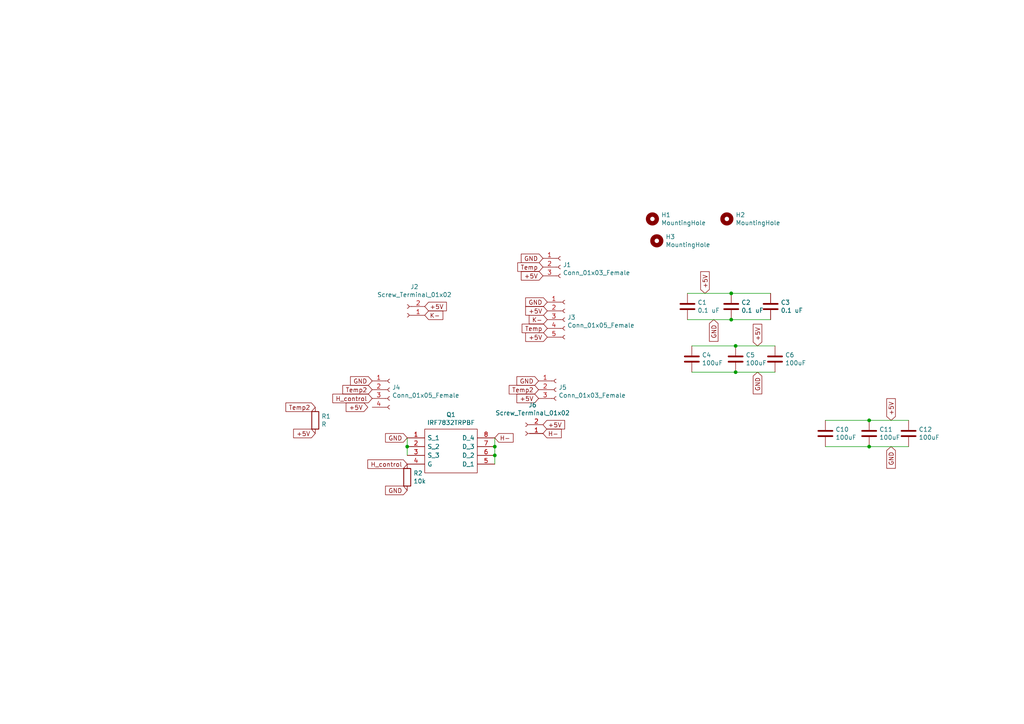
<source format=kicad_sch>
(kicad_sch (version 20211123) (generator eeschema)
  (paper "A4")
  (lib_symbols
    (symbol "Connector:Conn_01x02_Female" (pin_names (offset 1.016) hide)
      (property "Reference" "J" (at 0 2.54 0))
      (property "Value" "Conn_01x02_Female" (at 0 -5.08 0))
      (symbol "Conn_01x02_Female_1_1"
        (arc (start 0 -2.032) (mid -0.508 -2.54) (end 0 -3.048) (stroke (width 0.1524)))
        (polyline (pts (xy -1.27 -2.54) (xy -0.508 -2.54)) (stroke (width 0.1524)))
        (polyline (pts (xy -1.27 0) (xy -0.508 0)) (stroke (width 0.1524)))
        (arc (start 0 0.508) (mid -0.508 0) (end 0 -0.508) (stroke (width 0.1524)))
        (pin passive line (at -5.08 0 0) (length 3.81) (name "Pin_1") (number "1"))
        (pin passive line (at -5.08 -2.54 0) (length 3.81) (name "Pin_2") (number "2"))
      )
    )
    (symbol "Connector:Conn_01x03_Female" (pin_names (offset 1.016) hide)
      (property "Reference" "J" (at 0 5.08 0))
      (property "Value" "Conn_01x03_Female" (at 0 -5.08 0))
      (symbol "Conn_01x03_Female_1_1"
        (arc (start 0 -2.032) (mid -0.508 -2.54) (end 0 -3.048) (stroke (width 0.1524)))
        (polyline (pts (xy -1.27 -2.54) (xy -0.508 -2.54)) (stroke (width 0.1524)))
        (polyline (pts (xy -1.27 0) (xy -0.508 0)) (stroke (width 0.1524)))
        (polyline (pts (xy -1.27 2.54) (xy -0.508 2.54)) (stroke (width 0.1524)))
        (arc (start 0 0.508) (mid -0.508 0) (end 0 -0.508) (stroke (width 0.1524)))
        (arc (start 0 3.048) (mid -0.508 2.54) (end 0 2.032) (stroke (width 0.1524)))
        (pin passive line (at -5.08 2.54 0) (length 3.81) (name "Pin_1") (number "1"))
        (pin passive line (at -5.08 0 0) (length 3.81) (name "Pin_2") (number "2"))
        (pin passive line (at -5.08 -2.54 0) (length 3.81) (name "Pin_3") (number "3"))
      )
    )
    (symbol "Connector:Conn_01x04_Female" (pin_names (offset 1.016) hide)
      (property "Reference" "J" (at 0 5.08 0))
      (property "Value" "Conn_01x04_Female" (at 0 -7.62 0))
      (symbol "Conn_01x04_Female_1_1"
        (arc (start 0 -4.572) (mid -0.508 -5.08) (end 0 -5.588) (stroke (width 0.1524)))
        (arc (start 0 -2.032) (mid -0.508 -2.54) (end 0 -3.048) (stroke (width 0.1524)))
        (polyline (pts (xy -1.27 -5.08) (xy -0.508 -5.08)) (stroke (width 0.1524)))
        (polyline (pts (xy -1.27 -2.54) (xy -0.508 -2.54)) (stroke (width 0.1524)))
        (polyline (pts (xy -1.27 0) (xy -0.508 0)) (stroke (width 0.1524)))
        (polyline (pts (xy -1.27 2.54) (xy -0.508 2.54)) (stroke (width 0.1524)))
        (arc (start 0 0.508) (mid -0.508 0) (end 0 -0.508) (stroke (width 0.1524)))
        (arc (start 0 3.048) (mid -0.508 2.54) (end 0 2.032) (stroke (width 0.1524)))
        (pin passive line (at -5.08 2.54 0) (length 3.81) (name "Pin_1") (number "1"))
        (pin passive line (at -5.08 0 0) (length 3.81) (name "Pin_2") (number "2"))
        (pin passive line (at -5.08 -2.54 0) (length 3.81) (name "Pin_3") (number "3"))
        (pin passive line (at -5.08 -5.08 0) (length 3.81) (name "Pin_4") (number "4"))
      )
    )
    (symbol "Connector:Conn_01x05_Female" (pin_names (offset 1.016) hide)
      (property "Reference" "J" (at 0 7.62 0))
      (property "Value" "Conn_01x05_Female" (at 0 -7.62 0))
      (symbol "Conn_01x05_Female_1_1"
        (arc (start 0 -4.572) (mid -0.508 -5.08) (end 0 -5.588) (stroke (width 0.1524)))
        (arc (start 0 -2.032) (mid -0.508 -2.54) (end 0 -3.048) (stroke (width 0.1524)))
        (polyline (pts (xy -1.27 -5.08) (xy -0.508 -5.08)) (stroke (width 0.1524)))
        (polyline (pts (xy -1.27 -2.54) (xy -0.508 -2.54)) (stroke (width 0.1524)))
        (polyline (pts (xy -1.27 0) (xy -0.508 0)) (stroke (width 0.1524)))
        (polyline (pts (xy -1.27 2.54) (xy -0.508 2.54)) (stroke (width 0.1524)))
        (polyline (pts (xy -1.27 5.08) (xy -0.508 5.08)) (stroke (width 0.1524)))
        (arc (start 0 0.508) (mid -0.508 0) (end 0 -0.508) (stroke (width 0.1524)))
        (arc (start 0 3.048) (mid -0.508 2.54) (end 0 2.032) (stroke (width 0.1524)))
        (arc (start 0 5.588) (mid -0.508 5.08) (end 0 4.572) (stroke (width 0.1524)))
        (pin passive line (at -5.08 5.08 0) (length 3.81) (name "Pin_1") (number "1"))
        (pin passive line (at -5.08 2.54 0) (length 3.81) (name "Pin_2") (number "2"))
        (pin passive line (at -5.08 0 0) (length 3.81) (name "Pin_3") (number "3"))
        (pin passive line (at -5.08 -2.54 0) (length 3.81) (name "Pin_4") (number "4"))
        (pin passive line (at -5.08 -5.08 0) (length 3.81) (name "Pin_5") (number "5"))
      )
    )
    (symbol "Device:C" (pin_numbers hide) (pin_names (offset 0.254))
      (property "Reference" "C" (at 0.635 2.54 0))
      (property "Value" "C" (at 0.635 -2.54 0))
      (symbol "C_0_1"
        (polyline (pts (xy -2.032 -0.762) (xy 2.032 -0.762)) (stroke (width 0.508)))
        (polyline (pts (xy -2.032 0.762) (xy 2.032 0.762)) (stroke (width 0.508)))
      )
      (symbol "C_1_1"
        (pin passive line (at 0 3.81 270) (length 2.794) (name "~") (number "1"))
        (pin passive line (at 0 -3.81 90) (length 2.794) (name "~") (number "2"))
      )
    )
    (symbol "Device:R" (pin_numbers hide) (pin_names (offset 0))
      (property "Reference" "R" (at 2.032 0 90))
      (property "Value" "R" (at 0 0 90))
      (symbol "R_0_1"
        (rectangle (start -1.016 -2.54) (end 1.016 2.54) (stroke (width 0.254)))
      )
      (symbol "R_1_1"
        (pin passive line (at 0 3.81 270) (length 1.27) (name "~") (number "1"))
        (pin passive line (at 0 -3.81 90) (length 1.27) (name "~") (number "2"))
      )
    )
    (symbol "Mechanical:MountingHole" (pin_names (offset 1.016))
      (property "Reference" "H" (at 0 5.08 0))
      (property "Value" "MountingHole" (at 0 3.175 0))
      (symbol "MountingHole_0_1"
        (circle (center 0 0) (radius 1.27) (stroke (width 1.27)))
      )
    )
    (symbol "SamacSys_Parts:NTMS4807NR2G" (pin_names (offset 0.762))
      (property "Reference" "Q" (at 21.59 7.62 0))
      (property "Value" "NTMS4807NR2G" (at 21.59 5.08 0))
      (symbol "NTMS4807NR2G_0_0"
        (pin passive line (at 0 0 0) (length 5.08) (name "S_1") (number "1"))
        (pin passive line (at 0 -2.54 0) (length 5.08) (name "S_2") (number "2"))
        (pin passive line (at 0 -5.08 0) (length 5.08) (name "S_3") (number "3"))
        (pin passive line (at 0 -7.62 0) (length 5.08) (name "G") (number "4"))
        (pin passive line (at 25.4 -7.62 180) (length 5.08) (name "D_1") (number "5"))
        (pin passive line (at 25.4 -5.08 180) (length 5.08) (name "D_2") (number "6"))
        (pin passive line (at 25.4 -2.54 180) (length 5.08) (name "D_3") (number "7"))
        (pin passive line (at 25.4 0 180) (length 5.08) (name "D_4") (number "8"))
      )
      (symbol "NTMS4807NR2G_0_1"
        (polyline (pts (xy 5.08 2.54) (xy 20.32 2.54) (xy 20.32 -10.16) (xy 5.08 -10.16) (xy 5.08 2.54)) (stroke (width 0.1524)))
      )
    )
  )
  (junction (at 252.095 129.54))
  (junction (at 212.09 92.71))
  (junction (at 252.095 121.92))
  (junction (at 143.51 129.54))
  (junction (at 213.36 100.33))
  (junction (at 212.09 85.09))
  (junction (at 213.36 107.95))
  (junction (at 143.51 132.08))
  (junction (at 118.11 129.54))
  (wire (pts (xy 212.09 85.09) (xy 223.52 85.09)))
  (wire (pts (xy 239.395 121.92) (xy 252.095 121.92)))
  (wire (pts (xy 200.66 107.95) (xy 213.36 107.95)))
  (wire (pts (xy 118.11 127) (xy 118.11 129.54)))
  (wire (pts (xy 252.095 121.92) (xy 263.525 121.92)))
  (wire (pts (xy 143.51 127) (xy 143.51 129.54)))
  (wire (pts (xy 252.095 129.54) (xy 263.525 129.54)))
  (wire (pts (xy 200.66 100.33) (xy 213.36 100.33)))
  (wire (pts (xy 143.51 129.54) (xy 143.51 132.08)))
  (wire (pts (xy 212.09 85.09) (xy 199.39 85.09)))
  (wire (pts (xy 213.36 107.95) (xy 224.79 107.95)))
  (wire (pts (xy 143.51 132.08) (xy 143.51 134.62)))
  (wire (pts (xy 223.52 92.71) (xy 212.09 92.71)))
  (wire (pts (xy 118.11 129.54) (xy 118.11 132.08)))
  (wire (pts (xy 213.36 100.33) (xy 224.79 100.33)))
  (wire (pts (xy 199.39 92.71) (xy 212.09 92.71)))
  (wire (pts (xy 239.395 129.54) (xy 252.095 129.54)))
  (global_label "+5V" (shape input) (at 219.71 100.33 90) (property "Intersheet References" "${INTERSHEET_REFS}" (effects hide)))
  (global_label "GND" (shape input) (at 219.71 107.95 270) (property "Intersheet References" "${INTERSHEET_REFS}" (effects hide)))
  (global_label "+5V" (shape input) (at 157.48 80.01 180) (property "Intersheet References" "${INTERSHEET_REFS}" (effects hide)))
  (global_label "+5V" (shape input) (at 157.48 123.19 0) (property "Intersheet References" "${INTERSHEET_REFS}" (effects hide)))
  (global_label "+5V" (shape input) (at 258.445 121.92 90) (property "Intersheet References" "${INTERSHEET_REFS}" (effects hide)))
  (global_label "H-" (shape input) (at 157.48 125.73 0) (property "Intersheet References" "${INTERSHEET_REFS}" (effects hide)))
  (global_label "K-" (shape input) (at 123.19 91.44 0) (property "Intersheet References" "${INTERSHEET_REFS}" (effects hide)))
  (global_label "H-" (shape input) (at 143.51 127 0) (property "Intersheet References" "${INTERSHEET_REFS}" (effects hide)))
  (global_label "GND" (shape input) (at 158.75 87.63 180) (property "Intersheet References" "${INTERSHEET_REFS}" (effects hide)))
  (global_label "+5V" (shape input) (at 106.68 118.11 180) (property "Intersheet References" "${INTERSHEET_REFS}" (effects hide)))
  (global_label "GND" (shape input) (at 118.11 142.24 180) (property "Intersheet References" "${INTERSHEET_REFS}" (effects hide)))
  (global_label "GND" (shape input) (at 157.48 74.93 180) (property "Intersheet References" "${INTERSHEET_REFS}" (effects hide)))
  (global_label "GND" (shape input) (at 118.11 127 180) (property "Intersheet References" "${INTERSHEET_REFS}" (effects hide)))
  (global_label "GND" (shape input) (at 207.01 92.71 270) (property "Intersheet References" "${INTERSHEET_REFS}" (effects hide)))
  (global_label "+5V" (shape input) (at 158.75 97.79 180) (property "Intersheet References" "${INTERSHEET_REFS}" (effects hide)))
  (global_label "Temp" (shape input) (at 158.75 95.25 180) (property "Intersheet References" "${INTERSHEET_REFS}" (effects hide)))
  (global_label "GND" (shape input) (at 156.21 110.49 180) (property "Intersheet References" "${INTERSHEET_REFS}" (effects hide)))
  (global_label "+5V" (shape input) (at 123.19 88.9 0) (property "Intersheet References" "${INTERSHEET_REFS}" (effects hide)))
  (global_label "H_control" (shape input) (at 118.11 134.62 180) (property "Intersheet References" "${INTERSHEET_REFS}" (effects hide)))
  (global_label "H_control" (shape input) (at 107.95 115.57 180) (property "Intersheet References" "${INTERSHEET_REFS}" (effects hide)))
  (global_label "Temp2" (shape input) (at 91.44 118.11 180) (property "Intersheet References" "${INTERSHEET_REFS}" (effects hide)))
  (global_label "+5V" (shape input) (at 204.47 85.09 90) (property "Intersheet References" "${INTERSHEET_REFS}" (effects hide)))
  (global_label "+5V" (shape input) (at 156.21 115.57 180) (property "Intersheet References" "${INTERSHEET_REFS}" (effects hide)))
  (global_label "GND" (shape input) (at 107.95 110.49 180) (property "Intersheet References" "${INTERSHEET_REFS}" (effects hide)))
  (global_label "Temp" (shape input) (at 157.48 77.47 180) (property "Intersheet References" "${INTERSHEET_REFS}" (effects hide)))
  (global_label "Temp2" (shape input) (at 107.95 113.03 180) (property "Intersheet References" "${INTERSHEET_REFS}" (effects hide)))
  (global_label "K-" (shape input) (at 158.75 92.71 180) (property "Intersheet References" "${INTERSHEET_REFS}" (effects hide)))
  (global_label "+5V" (shape input) (at 158.75 90.17 180) (property "Intersheet References" "${INTERSHEET_REFS}" (effects hide)))
  (global_label "GND" (shape input) (at 258.445 129.54 270) (property "Intersheet References" "${INTERSHEET_REFS}" (effects hide)))
  (global_label "+5V" (shape input) (at 91.44 125.73 180) (property "Intersheet References" "${INTERSHEET_REFS}" (effects hide)))
  (global_label "Temp2" (shape input) (at 156.21 113.03 180) (property "Intersheet References" "${INTERSHEET_REFS}" (effects hide)))
  (symbol (lib_id "Connector:Conn_01x03_Female") (at 162.56 77.47 0) (unit 1)
    (property "Reference" "J1" (at 163.2712 76.8096 0) (effects (justify left)))
    (property "Value" "Conn_01x03_Female" (at 163.2712 79.121 0) (effects (justify left)))
    (property "Footprint" "Connector_JST:JST_PH_S3B-PH-K_1x03_P2.00mm_Horizontal" (effects hide))
  )
  (symbol (lib_id "Connector:Conn_01x05_Female") (at 163.83 92.71 0) (unit 1)
    (property "Reference" "J3" (at 164.5412 92.0496 0) (effects (justify left)))
    (property "Value" "Conn_01x05_Female" (at 164.5412 94.361 0) (effects (justify left)))
    (property "Footprint" "Connector_JST:JST_PH_S5B-PH-K_1x05_P2.00mm_Horizontal" (effects hide))
  )
  (symbol (lib_id "Connector:Conn_01x02_Female") (at 118.11 91.44 180) (unit 1)
    (property "Reference" "J2" (at 120.1928 83.185 0))
    (property "Value" "Screw_Terminal_01x02" (at 120.1928 85.4964 0))
    (property "Footprint" "Connector_JST:JST_XH_S2B-XH-A_1x02_P2.50mm_Horizontal" (effects hide))
  )
  (symbol (lib_id "Connector:Conn_01x03_Female") (at 161.29 113.03 0) (unit 1)
    (property "Reference" "J5" (at 162.0012 112.3696 0) (effects (justify left)))
    (property "Value" "Conn_01x03_Female" (at 162.0012 114.681 0) (effects (justify left)))
    (property "Footprint" "Connector_JST:JST_PH_S3B-PH-K_1x03_P2.00mm_Horizontal" (effects hide))
  )
  (symbol (lib_id "Connector:Conn_01x02_Female") (at 152.4 125.73 180) (unit 1)
    (property "Reference" "J6" (at 154.4828 117.475 0))
    (property "Value" "Screw_Terminal_01x02" (at 154.4828 119.7864 0))
    (property "Footprint" "Connector_JST:JST_XH_S2B-XH-A_1x02_P2.50mm_Horizontal" (effects hide))
  )
  (symbol (lib_id "Connector:Conn_01x04_Female") (at 113.03 113.03 0) (unit 1)
    (property "Reference" "J4" (at 113.7412 112.3696 0) (effects (justify left)))
    (property "Value" "Conn_01x05_Female" (at 113.7412 114.681 0) (effects (justify left)))
    (property "Footprint" "Connector_JST:JST_PH_S4B-PH-K_1x04_P2.00mm_Horizontal" (effects hide))
  )
  (symbol (lib_id "SamacSys_Parts:NTMS4807NR2G") (at 118.11 127 0) (unit 1)
    (property "Reference" "Q1" (at 130.81 120.269 0))
    (property "Value" "IRF7832TRPBF" (at 130.81 122.5804 0))
    (property "Footprint" "SOIC127P600X175-8N" (effects hide))
    (property "Datasheet" "http://www.onsemi.com/pub/Collateral/NTMS4807N-D.PDF" (effects hide))
    (property "Description" "Power MOSFET" (effects hide))
    (property "Height" "1.75" (effects hide))
    (property "Manufacturer_Name" "ON Semiconductor" (effects hide))
    (property "Manufacturer_Part_Number" "NTMS4807NR2G" (effects hide))
    (property "Mouser Part Number" "863-NTMS4807NR2G" (effects hide))
    (property "Mouser Price/Stock" "https://www.mouser.com/Search/Refine.aspx?Keyword=863-NTMS4807NR2G" (effects hide))
    (property "Arrow Part Number" "NTMS4807NR2G" (effects hide))
    (property "Arrow Price/Stock" "https://www.arrow.com/en/products/ntms4807nr2g/on-semiconductor" (effects hide))
  )
  (symbol (lib_id "Device:R") (at 118.11 138.43 0) (unit 1)
    (property "Reference" "R2" (at 119.888 137.2616 0) (effects (justify left)))
    (property "Value" "10k" (at 119.888 139.573 0) (effects (justify left)))
    (property "Footprint" "Resistor_SMD:R_0805_2012Metric_Pad1.15x1.40mm_HandSolder" (effects hide))
  )
  (symbol (lib_id "Device:C") (at 199.39 88.9 0) (unit 1)
    (property "Reference" "C1" (at 202.311 87.7316 0) (effects (justify left)))
    (property "Value" "0.1 uF" (at 202.311 90.043 0) (effects (justify left)))
    (property "Footprint" "Capacitor_SMD:C_0805_2012Metric_Pad1.15x1.40mm_HandSolder" (effects hide))
  )
  (symbol (lib_id "Device:C") (at 200.66 104.14 0) (unit 1)
    (property "Reference" "C4" (at 203.581 102.9716 0) (effects (justify left)))
    (property "Value" "100uF" (at 203.581 105.283 0) (effects (justify left)))
    (property "Footprint" "Capacitor_SMD:C_0805_2012Metric_Pad1.15x1.40mm_HandSolder" (effects hide))
  )
  (symbol (lib_id "Device:C") (at 212.09 88.9 0) (unit 1)
    (property "Reference" "C2" (at 215.011 87.7316 0) (effects (justify left)))
    (property "Value" "0.1 uF" (at 215.011 90.043 0) (effects (justify left)))
    (property "Footprint" "Capacitor_SMD:C_0805_2012Metric_Pad1.15x1.40mm_HandSolder" (effects hide))
  )
  (symbol (lib_id "Device:C") (at 213.36 104.14 0) (unit 1)
    (property "Reference" "C5" (at 216.281 102.9716 0) (effects (justify left)))
    (property "Value" "100uF" (at 216.281 105.283 0) (effects (justify left)))
    (property "Footprint" "Capacitor_SMD:C_0805_2012Metric_Pad1.15x1.40mm_HandSolder" (effects hide))
  )
  (symbol (lib_id "Device:C") (at 223.52 88.9 0) (unit 1)
    (property "Reference" "C3" (at 226.441 87.7316 0) (effects (justify left)))
    (property "Value" "0.1 uF" (at 226.441 90.043 0) (effects (justify left)))
    (property "Footprint" "Capacitor_SMD:C_0805_2012Metric_Pad1.15x1.40mm_HandSolder" (effects hide))
  )
  (symbol (lib_id "Device:C") (at 224.79 104.14 0) (unit 1)
    (property "Reference" "C6" (at 227.711 102.9716 0) (effects (justify left)))
    (property "Value" "100uF" (at 227.711 105.283 0) (effects (justify left)))
    (property "Footprint" "Capacitor_SMD:C_0805_2012Metric_Pad1.15x1.40mm_HandSolder" (effects hide))
  )
  (symbol (lib_id "Mechanical:MountingHole") (at 190.5 69.85 0) (unit 1)
    (property "Reference" "H3" (at 193.04 68.6816 0) (effects (justify left)))
    (property "Value" "MountingHole" (at 193.04 70.993 0) (effects (justify left)))
    (property "Footprint" "MountingHole:MountingHole_2.2mm_M2_Pad" (effects hide))
  )
  (symbol (lib_id "Mechanical:MountingHole") (at 210.82 63.5 0) (unit 1)
    (property "Reference" "H2" (at 213.36 62.3316 0) (effects (justify left)))
    (property "Value" "MountingHole" (at 213.36 64.643 0) (effects (justify left)))
    (property "Footprint" "MountingHole:MountingHole_2.2mm_M2_Pad" (effects hide))
  )
  (symbol (lib_id "Mechanical:MountingHole") (at 189.23 63.5 0) (unit 1)
    (property "Reference" "H1" (at 191.77 62.3316 0) (effects (justify left)))
    (property "Value" "MountingHole" (at 191.77 64.643 0) (effects (justify left)))
    (property "Footprint" "MountingHole:MountingHole_2.2mm_M2_Pad" (effects hide))
  )
  (symbol (lib_id "Device:R") (at 91.44 121.92 0) (unit 1)
    (property "Reference" "R1" (at 93.218 120.7516 0) (effects (justify left)))
    (property "Value" "R" (at 93.218 123.063 0) (effects (justify left)))
    (property "Footprint" "Resistor_SMD:R_0402_1005Metric" (effects hide))
  )
  (symbol (lib_id "Device:C") (at 252.095 125.73 0) (unit 1)
    (property "Reference" "C11" (at 255.016 124.5616 0) (effects (justify left)))
    (property "Value" "100uF" (at 255.016 126.873 0) (effects (justify left)))
    (property "Footprint" "Capacitor_SMD:C_0805_2012Metric_Pad1.18x1.45mm_HandSolder" (effects hide))
  )
  (symbol (lib_id "Device:C") (at 263.525 125.73 0) (unit 1)
    (property "Reference" "C12" (at 266.446 124.5616 0) (effects (justify left)))
    (property "Value" "100uF" (at 266.446 126.873 0) (effects (justify left)))
    (property "Footprint" "Capacitor_SMD:C_0805_2012Metric_Pad1.18x1.45mm_HandSolder" (effects hide))
  )
  (symbol (lib_id "Device:C") (at 239.395 125.73 0) (unit 1)
    (property "Reference" "C10" (at 242.316 124.5616 0) (effects (justify left)))
    (property "Value" "100uF" (at 242.316 126.873 0) (effects (justify left)))
    (property "Footprint" "Capacitor_SMD:C_0805_2012Metric_Pad1.18x1.45mm_HandSolder" (effects hide))
  )
)
</source>
